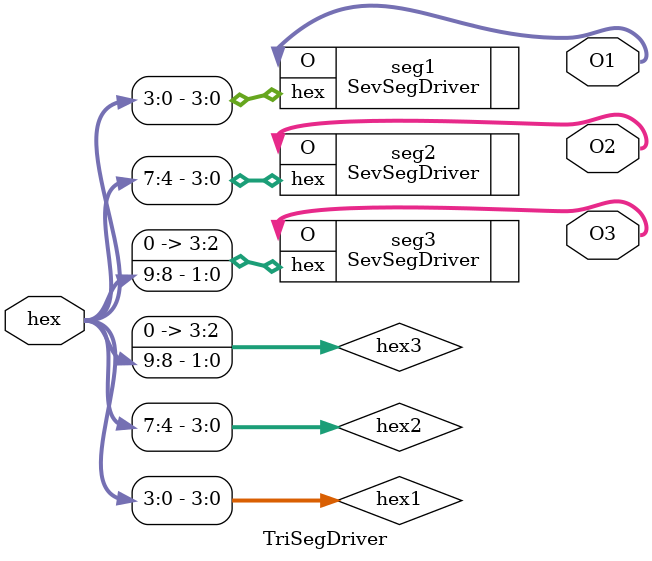
<source format=v>
module TriSegDriver(
    input wire [9:0] hex,          // 10-bit input signal
    output wire [6:0] O1,          // 7-segment output 1
    output wire [6:0] O2,          // 7-segment output 2
    output wire [6:0] O3           // 7-segment output 3
);

    // Assign 4-bit portions to each 7-segment driver
    wire [3:0] hex1 = hex[3:0];    // Lower 4 bits
    wire [3:0] hex2 = hex[7:4];    // Middle 4 bits
    wire [3:0] hex3 = {2'b00, hex[9:8]}; // Upper 2 bits, zero-extended to 4 bits

    // Instantiate SevSegDriver for each segment
    SevSegDriver seg1 (.hex(hex1), .O(O1));
    SevSegDriver seg2 (.hex(hex2), .O(O2));
    SevSegDriver seg3 (.hex(hex3), .O(O3));

endmodule
</source>
